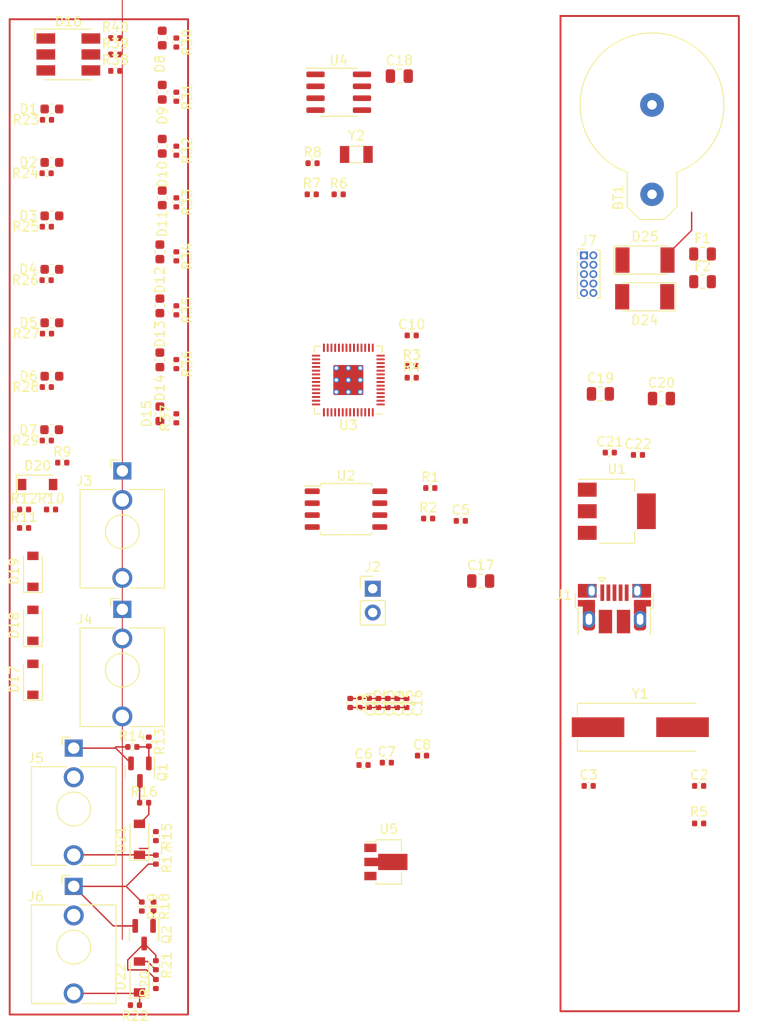
<source format=kicad_pcb>
(kicad_pcb (version 20211014) (generator pcbnew)
  (layers (0 "F.Cu" signal) (31 "B.Cu" signal) (34 "B.Paste" user) (35 "F.Paste" user) (36 "B.SilkS" user "B.Silkscreen") (37 "F.SilkS" user "F.Silkscreen") (38 "B.Mask" user) (39 "F.Mask" user) (44 "Edge.Cuts" user))
  (net 0 "")
  (net 1 "GND")
  (net 2 "Net-(BT1-Pad2)")
  (net 3 "/XIN")
  (net 4 "Net-(C3-Pad1)")
  (net 5 "+3V3")
  (net 6 "+1V1")
  (net 7 "Net-(C18-Pad1)")
  (net 8 "+12V-buffered")
  (net 9 "+8V")
  (net 10 "Net-(D1-Pad1)")
  (net 11 "gp11")
  (net 12 "Net-(D2-Pad1)")
  (net 13 "gp12")
  (net 14 "Net-(D3-Pad1)")
  (net 15 "gp13")
  (net 16 "Net-(D4-Pad1)")
  (net 17 "gp14")
  (net 18 "Net-(D5-Pad1)")
  (net 19 "gp15")
  (net 20 "Net-(D6-Pad1)")
  (net 21 "gp16")
  (net 22 "Net-(D7-Pad1)")
  (net 23 "gp17")
  (net 24 "Net-(D8-Pad1)")
  (net 25 "gp18")
  (net 26 "Net-(D9-Pad1)")
  (net 27 "gp19")
  (net 28 "Net-(D10-Pad1)")
  (net 29 "gp20")
  (net 30 "Net-(D11-Pad1)")
  (net 31 "gp21")
  (net 32 "Net-(D12-Pad1)")
  (net 33 "gp22")
  (net 34 "Net-(D13-Pad1)")
  (net 35 "gp23")
  (net 36 "Net-(D14-Pad1)")
  (net 37 "gp24")
  (net 38 "Net-(D15-Pad1)")
  (net 39 "gp25")
  (net 43 "Net-(D16-Pad4)")
  (net 44 "Net-(D16-Pad5)")
  (net 45 "Net-(D16-Pad6)")
  (net 46 "+3.3V")
  (net 47 "BUFFEREDIN1")
  (net 48 "BUFFEREDIN2")
  (net 49 "Net-(D21-Pad1)")
  (net 50 "Net-(D21-Pad2)")
  (net 51 "Net-(D22-Pad1)")
  (net 52 "Net-(D22-Pad2)")
  (net 53 "-12V")
  (net 54 "+12V-in")
  (net 55 "-12V-in")
  (net 57 "/USB_D+")
  (net 58 "/USB_D-")
  (net 60 "/~{USB_BOOT}")
  (net 61 "Net-(J3-PadT)")
  (net 62 "Net-(J4-PadT)")
  (net 63 "Net-(Q1-Pad1)")
  (net 64 "OUTSHIFT1_OUTPUT")
  (net 65 "Net-(Q2-Pad1)")
  (net 66 "OUTSHIFT2_OUTPUT")
  (net 67 "/QSPI_SS")
  (net 68 "Net-(R3-Pad2)")
  (net 69 "Net-(R4-Pad2)")
  (net 70 "/XOUT")
  (net 71 "RTC_CLOCK")
  (net 72 "RTC_DATA")
  (net 73 "OUTSHIFT1_INPUT")
  (net 74 "OUTSHIFT2_INPUT")
  (net 75 "Net-(R38-Pad2)")
  (net 76 "Net-(R39-Pad2)")
  (net 77 "Net-(R40-Pad2)")
  (net 78 "/QSPI_SD1")
  (net 79 "/QSPI_SD2")
  (net 80 "/QSPI_SD0")
  (net 81 "/QSPI_SCLK")
  (net 82 "/QSPI_SD3")
  (net 87 "/SWCLK")
  (net 88 "/SWD")
  (net 89 "/RUN")
  (net 91 "/GPIO27_ADC1")
  (net 92 "/GPIO28_ADC2")
  (net 93 "/GPIO29_ADC3")
  (net 94 "Net-(U4-Pad1)")
  (net 95 "Net-(U4-Pad2)")
  (footprint "Capacitor_SMD:C_0402_1005Metric" (layer "F.Cu") (at 37.75 51.73 -90)
    (fp_text reference "R36")
    (fp_text value "100r")
  )
  (footprint "Connector_PinHeader_2.54mm:PinHeader_1x02_P2.54mm_Vertical" (layer "F.Cu") (at 58.675 75.65)
    (fp_text reference "J2")
    (fp_text value "Conn_01x02")
  )
  (footprint "Crystal:Crystal_SMD_3215-2Pin_3.2x1.5mm" (layer "F.Cu") (at 56.925 29.4)
    (fp_text reference "Y2")
    (fp_text value "Crystal")
  )
  (footprint "Capacitor_SMD:C_0603_1608Metric" (layer "F.Cu") (at 24.475 58.711541)
    (fp_text reference "D7")
    (fp_text value "LED")
  )
  (footprint "Package_SO:SOIC-8_3.9x4.9mm_P1.27mm" (layer "F.Cu") (at 55.055 22.775)
    (fp_text reference "U4")
    (fp_text value "PCF8523T")
  )
  (footprint "Capacitor_SMD:C_0402_1005Metric" (layer "F.Cu") (at 35.5725 117.75 90)
    (fp_text reference "R20")
    (fp_text value "10k")
  )
  (footprint "Capacitor_SMD:C_0805_2012Metric" (layer "F.Cu") (at 82.925 54.9)
    (fp_text reference "C19")
    (fp_text value "10u")
  )
  (footprint "Capacitor_SMD:C_0402_1005Metric" (layer "F.Cu") (at 52.175 33.65)
    (fp_text reference "R7")
    (fp_text value "10k")
  )
  (footprint "Capacitor_SMD:C_0402_1005Metric" (layer "F.Cu") (at 56.275 87.82 -90)
    (fp_text reference "C9")
    (fp_text value "100n")
  )
  (footprint "Capacitor_SMD:C_0402_1005Metric" (layer "F.Cu") (at 23.955 54.173071 180)
    (fp_text reference "R28")
    (fp_text value "100r")
  )
  (footprint "Battery:BatteryHolder_Keystone_500" (layer "F.Cu") (at 88.425 33.646605 90)
    (fp_text reference "BT1")
    (fp_text value "Battery_Cell")
  )
  (footprint "Capacitor_SMD:C_0402_1005Metric" (layer "F.Cu") (at 21.535 67.21)
    (fp_text reference "R12")
    (fp_text value "100K")
  )
  (footprint "Capacitor_SMD:C_0402_1005Metric" (layer "F.Cu") (at 83.925 61.15)
    (fp_text reference "C21")
    (fp_text value "0.1uF")
  )
  (footprint "Connector_Audio:Jack_3.5mm_QingPu_WQP-PJ398SM_Vertical_CircularHoles" (layer "F.Cu") (at 32 63.1)
    (fp_text reference "J3")
    (fp_text value "AudioJack2")
  )
  (footprint "Capacitor_SMD:C_0402_1005Metric" (layer "F.Cu") (at 52.265 30.335)
    (fp_text reference "R8")
    (fp_text value "1k")
  )
  (footprint "Capacitor_SMD:C_0402_1005Metric" (layer "F.Cu") (at 31.25 20.5)
    (fp_text reference "R38")
    (fp_text value "100r")
  )
  (footprint "Capacitor_SMD:C_0402_1005Metric" (layer "F.Cu") (at 55.045 33.65)
    (fp_text reference "R6")
    (fp_text value "10k")
  )
  (footprint "Capacitor_SMD:C_0402_1005Metric" (layer "F.Cu") (at 60.175 94.175)
    (fp_text reference "C7")
    (fp_text value "100n")
  )
  (footprint "Package_TO_SOT_SMD:SOT-23" (layer "F.Cu") (at 33.8725 95.19 -90)
    (fp_text reference "Q1")
    (fp_text value "MMBT3904 (BEC)")
  )
  (footprint "Capacitor_SMD:C_0402_1005Metric" (layer "F.Cu") (at 68.055 68.425)
    (fp_text reference "C5")
    (fp_text value "100n")
  )
  (footprint "Capacitor_SMD:C_0402_1005Metric" (layer "F.Cu") (at 37.75 23.25 -90)
    (fp_text reference "R31")
    (fp_text value "100r")
  )
  (footprint "Capacitor_SMD:C_0402_1005Metric" (layer "F.Cu") (at 23.935 31.403847 180)
    (fp_text reference "R24")
    (fp_text value "100r")
  )
  (footprint "Capacitor_SMD:C_0402_1005Metric" (layer "F.Cu") (at 25.6 62.225)
    (fp_text reference "R9")
    (fp_text value "470")
  )
  (footprint "Capacitor_SMD:C_0402_1005Metric" (layer "F.Cu") (at 59.275 87.82 -90)
    (fp_text reference "C13")
    (fp_text value "100n")
  )
  (footprint "Diode_SMD:D_MELF" (layer "F.Cu") (at 87.645 44.555 180)
    (fp_text reference "D24")
    (fp_text value "SM4001")
  )
  (footprint "Package_TO_SOT_SMD:SOT-89-3" (layer "F.Cu") (at 60.075 104.75)
    (fp_text reference "U5")
    (fp_text value "L78L08_SOT89")
  )
  (footprint "Diode_SMD:D_SOD-123" (layer "F.Cu") (at 22.975 64.55)
    (fp_text reference "D20")
    (fp_text value "BAT43W-V")
  )
  (footprint "Connector_PinHeader_1.00mm:PinHeader_2x05_P1.00mm_Vertical" (layer "F.Cu") (at 81.175 40.15)
    (fp_text reference "J7")
    (fp_text value "Eurorack Power")
  )
  (footprint "Capacitor_SMD:C_0402_1005Metric" (layer "F.Cu") (at 34.3225 98.44)
    (fp_text reference "R16")
    (fp_text value "1K")
  )
  (footprint "Capacitor_SMD:C_0603_1608Metric" (layer "F.Cu") (at 24.5 35.942306)
    (fp_text reference "D3")
    (fp_text value "LED")
  )
  (footprint "Capacitor_SMD:C_0402_1005Metric" (layer "F.Cu") (at 62.825 51.925)
    (fp_text reference "R3")
    (fp_text value "27")
  )
  (footprint "Capacitor_SMD:C_0402_1005Metric" (layer "F.Cu") (at 61.275 87.82 -90)
    (fp_text reference "C15")
    (fp_text value "100n")
  )
  (footprint "Capacitor_SMD:C_0402_1005Metric" (layer "F.Cu") (at 23.975 25.711541 180)
    (fp_text reference "R23")
    (fp_text value "100r")
  )
  (footprint "Capacitor_SMD:C_0402_1005Metric" (layer "F.Cu") (at 37.75 46 -90)
    (fp_text reference "R35")
    (fp_text value "100r")
  )
  (footprint "Capacitor_SMD:C_0603_1608Metric" (layer "F.Cu") (at 36 45.525 90)
    (fp_text reference "D13")
    (fp_text value "LED")
  )
  (footprint "Capacitor_SMD:C_0402_1005Metric" (layer "F.Cu") (at 31.25 17)
    (fp_text reference "R40")
    (fp_text value "330r")
  )
  (footprint "Capacitor_SMD:C_0402_1005Metric" (layer "F.Cu") (at 23.975 48.480765 180)
    (fp_text reference "R27")
    (fp_text value "100r")
  )
  (footprint "Capacitor_SMD:C_0402_1005Metric" (layer "F.Cu") (at 37.75 57.5 90)
    (fp_text reference "R37")
    (fp_text value "100r")
  )
  (footprint "Connector_Audio:Jack_3.5mm_QingPu_WQP-PJ398SM_Vertical_CircularHoles" (layer "F.Cu") (at 32 77.85)
    (fp_text reference "J4")
    (fp_text value "AudioJack2")
  )
  (footprint "Capacitor_SMD:C_0402_1005Metric" (layer "F.Cu") (at 24.405 67.21)
    (fp_text reference "R10")
    (fp_text value "100K")
  )
  (footprint "Capacitor_SMD:C_0402_1005Metric" (layer "F.Cu") (at 35.5725 115.75 -90)
    (fp_text reference "R21")
    (fp_text value "1K")
  )
  (footprint "Capacitor_SMD:C_0603_1608Metric" (layer "F.Cu") (at 24.5 47.326918)
    (fp_text reference "D5")
    (fp_text value "LED")
  )
  (footprint "Capacitor_SMD:C_0402_1005Metric" (layer "F.Cu") (at 64.805 64.925)
    (fp_text reference "R1")
    (fp_text value "1k")
  )
  (footprint "Package_SO:SOIC-8_5.23x5.23mm_P1.27mm" (layer "F.Cu") (at 55.825 67.175)
    (fp_text reference "U2")
    (fp_text value "W25Q128JVS")
  )
  (footprint "LED_SMD:LED_RGB_5050-6" (layer "F.Cu") (at 26.25 18.75)
    (fp_text reference "D16")
    (fp_text value "LED_RGB")
  )
  (footprint "Capacitor_SMD:C_0402_1005Metric" (layer "F.Cu") (at 34.0725 109.5 -90)
    (fp_text reference "R19")
    (fp_text value "10k")
  )
  (footprint "Fuse:Fuse_0805_2012Metric" (layer "F.Cu") (at 93.805 40)
    (fp_text reference "F1")
    (fp_text value "SMD0805-010-24V")
  )
  (footprint "Capacitor_SMD:C_0402_1005Metric" (layer "F.Cu") (at 63.925 93.425)
    (fp_text reference "C8")
    (fp_text value "1u")
  )
  (footprint "Capacitor_SMD:C_0402_1005Metric" (layer "F.Cu") (at 62.825 48.675)
    (fp_text reference "C10")
    (fp_text value "1u")
  )
  (footprint "RP2040_minimal:Crystal_SMD_HC49-US" (layer "F.Cu") (at 87.175 90.4)
    (fp_text reference "Y1")
    (fp_text value "ABLS-12.000MHZ-B4-T")
  )
  (footprint "Capacitor_SMD:C_0402_1005Metric" (layer "F.Cu") (at 62.275 87.82 -90)
    (fp_text reference "C16")
    (fp_text value "100n")
  )
  (footprint "Diode_SMD:D_SOD-123" (layer "F.Cu") (at 33.8225 117 90)
    (fp_text reference "D22")
    (fp_text value "4148")
  )
  (footprint "Capacitor_SMD:C_0603_1608Metric" (layer "F.Cu") (at 36.25 17 90)
    (fp_text reference "D8")
    (fp_text value "LED")
  )
  (footprint "Capacitor_SMD:C_0603_1608Metric" (layer "F.Cu") (at 24.5 41.634612)
    (fp_text reference "D4")
    (fp_text value "LED")
  )
  (footprint "Capacitor_SMD:C_0402_1005Metric" (layer "F.Cu") (at 81.675 96.65)
    (fp_text reference "C3")
    (fp_text value "27p")
  )
  (footprint "Capacitor_SMD:C_0402_1005Metric" (layer "F.Cu") (at 33.0725 92.5)
    (fp_text reference "R14")
    (fp_text value "10k")
  )
  (footprint "Capacitor_SMD:C_0402_1005Metric" (layer "F.Cu") (at 35.5725 104.5 -90)
    (fp_text reference "R17")
    (fp_text value "100K")
  )
  (footprint "Capacitor_SMD:C_0402_1005Metric" (layer "F.Cu") (at 62.825 53.175)
    (fp_text reference "R4")
    (fp_text value "27")
  )
  (footprint "Capacitor_SMD:C_0805_2012Metric" (layer "F.Cu") (at 89.425 55.4)
    (fp_text reference "C20")
    (fp_text value "10u")
  )
  (footprint "Capacitor_SMD:C_0402_1005Metric" (layer "F.Cu") (at 23.935 42.788459 180)
    (fp_text reference "R26")
    (fp_text value "100r")
  )
  (footprint "Capacitor_SMD:C_0402_1005Metric" (layer "F.Cu") (at 34.8225 91.94 -90)
    (fp_text reference "R13")
    (fp_text value "1k")
  )
  (footprint "Capacitor_SMD:C_0402_1005Metric" (layer "F.Cu") (at 35.5725 102 -90)
    (fp_text reference "R15")
    (fp_text value "10k")
  )
  (footprint "Capacitor_SMD:C_0402_1005Metric" (layer "F.Cu") (at 33.3425 120 180)
    (fp_text reference "R22")
    (fp_text value "100K")
  )
  (footprint "Capacitor_SMD:C_0402_1005Metric" (layer "F.Cu") (at 31.25 18.75)
    (fp_text reference "R39")
    (fp_text value "100r")
  )
  (footprint "Capacitor_SMD:C_0805_2012Metric" (layer "F.Cu") (at 70.175 74.83)
    (fp_text reference "C17")
    (fp_text value "10u")
  )
  (footprint "Capacitor_SMD:C_0402_1005Metric" (layer "F.Cu") (at 86.925 61.4)
    (fp_text reference "C22")
    (fp_text value "0.1uF")
  )
  (footprint "Capacitor_SMD:C_0603_1608Metric" (layer "F.Cu") (at 36.25 34.025 90)
    (fp_text reference "D11")
    (fp_text value "LED")
  )
  (footprint "Capacitor_SMD:C_0402_1005Metric" (layer "F.Cu") (at 60.275 87.82 -90)
    (fp_text reference "C14")
    (fp_text value "100n")
  )
  (footprint "Diode_SMD:D_SOD-123" (layer "F.Cu") (at 22.475 85.3 90)
    (fp_text reference "D17")
    (fp_text value "BAT43W-V")
  )
  (footprint "Capacitor_SMD:C_0402_1005Metric" (layer "F.Cu") (at 93.445 100.65)
    (fp_text reference "R5")
    (fp_text value "1k")
  )
  (footprint "Capacitor_SMD:C_0402_1005Metric" (layer "F.Cu") (at 21.535 69.18)
    (fp_text reference "R11")
    (fp_text value "470")
  )
  (footprint "RP2040_minimal:USB_Micro-B_Amphenol_10103594-0001LF_Horizontal_modified" (layer "F.Cu") (at 84.425 78.9)
    (fp_text reference "J1")
    (fp_text value "USB_B_Micro")
  )
  (footprint "Capacitor_SMD:C_0603_1608Metric" (layer "F.Cu") (at 36.25 28.525 90)
    (fp_text reference "D10")
    (fp_text value "LED")
  )
  (footprint "Capacitor_SMD:C_0402_1005Metric" (layer "F.Cu") (at 23.955 59.865377 180)
    (fp_text reference "R29")
    (fp_text value "100r")
  )
  (footprint "Fuse:Fuse_0805_2012Metric" (layer "F.Cu") (at 93.805 42.95)
    (fp_text reference "F2")
    (fp_text value "SMD0805-010-24V")
  )
  (footprint "Capacitor_SMD:C_0402_1005Metric" (layer "F.Cu") (at 23.955 37.096153 180)
    (fp_text reference "R25")
    (fp_text value "100r")
  )
  (footprint "Capacitor_SMD:C_0402_1005Metric" (layer "F.Cu") (at 58.275 87.8 -90)
    (fp_text reference "C12")
    (fp_text value "100n")
  )
  (footprint "Connector_Audio:Jack_3.5mm_QingPu_WQP-PJ398SM_Vertical_CircularHoles" (layer "F.Cu") (at 26.8225 107.35)
    (fp_text reference "J6")
    (fp_text value "AudioJack2")
  )
  (footprint "Package_TO_SOT_SMD:SOT-23" (layer "F.Cu") (at 34.3225 112.5 -90)
    (fp_text reference "Q2")
    (fp_text value "MMBT3904 (BEC)")
  )
  (footprint "Capacitor_SMD:C_0603_1608Metric" (layer "F.Cu") (at 24.5 53.019224)
    (fp_text reference "D6")
    (fp_text value "LED")
  )
  (footprint "Capacitor_SMD:C_0603_1608Metric" (layer "F.Cu") (at 24.5 24.557694)
    (fp_text reference "D1")
    (fp_text value "LED")
  )
  (footprint "Diode_SMD:D_SOD-123" (layer "F.Cu") (at 22.475 79.55 90)
    (fp_text reference "D18")
    (fp_text value "BAT43W-V")
  )
  (footprint "Connector_Audio:Jack_3.5mm_QingPu_WQP-PJ398SM_Vertical_CircularHoles" (layer "F.Cu") (at 26.8225 92.63)
    (fp_text reference "J5")
    (fp_text value "AudioJack2")
  )
  (footprint "Capacitor_SMD:C_0603_1608Metric" (layer "F.Cu") (at 36.25 22.775 90)
    (fp_text reference "D9")
    (fp_text value "LED")
  )
  (footprint "Capacitor_SMD:C_0402_1005Metric" (layer "F.Cu") (at 37.75 40.25 -90)
    (fp_text reference "R34")
    (fp_text value "100r")
  )
  (footprint "Capacitor_SMD:C_0805_2012Metric" (layer "F.Cu") (at 61.505 21.055)
    (fp_text reference "C18")
    (fp_text value "10uf")
  )
  (footprint "Capacitor_SMD:C_0402_1005Metric" (layer "F.Cu") (at 64.575 68.175)
    (fp_text reference "R2")
    (fp_text value "DNF")
  )
  (footprint "Diode_SMD:D_SOD-123" (layer "F.Cu") (at 22.475 73.8 90)
    (fp_text reference "D19")
    (fp_text value "BAT43W-V")
  )
  (footprint "Capacitor_SMD:C_0402_1005Metric" (layer "F.Cu") (at 57.275 87.82 -90)
    (fp_text reference "C11")
    (fp_text value "100n")
  )
  (footprint "RP2040_minimal:RP2040-QFN-56" (layer "F.Cu") (at 56.075 53.425 180)
    (fp_text reference "U3")
    (fp_text value "RP2040")
  )
  (footprint "Capacitor_SMD:C_0402_1005Metric" (layer "F.Cu") (at 37.75 34.5 -90)
    (fp_text reference "R33")
    (fp_text value "100r")
  )
  (footprint "Capacitor_SMD:C_0603_1608Metric" (layer "F.Cu") (at 36 39.775 90)
    (fp_text reference "D12")
    (fp_text value "LED")
  )
  (footprint "Capacitor_SMD:C_0402_1005Metric" (layer "F.Cu") (at 37.75 29 -90)
    (fp_text reference "R32")
    (fp_text value "100r")
  )
  (footprint "Capacitor_SMD:C_0603_1608Metric" (layer "F.Cu") (at 24.5 30.25)
    (fp_text reference "D2")
    (fp_text value "LED")
  )
  (footprint "Capacitor_SMD:C_0402_1005Metric" (layer "F.Cu") (at 37.75 17.48 -90)
    (fp_text reference "R30")
    (fp_text value "100r")
  )
  (footprint "Diode_SMD:D_MELF" (layer "F.Cu") (at 87.675 40.65)
    (fp_text reference "D25")
    (fp_text value "SM4001")
  )
  (footprint "Package_TO_SOT_SMD:SOT-223-3_TabPin2" (layer "F.Cu") (at 84.675 67.4)
    (fp_text reference "U1")
    (fp_text value "NCP1117-3.3_SOT223")
  )
  (footprint "Capacitor_SMD:C_0603_1608Metric" (layer "F.Cu") (at 36 57.025 90)
    (fp_text reference "D15")
    (fp_text value "LED")
  )
  (footprint "Diode_SMD:D_SOD-123" (layer "F.Cu") (at 33.8225 102.34 90)
    (fp_text reference "D21")
    (fp_text value "4148")
  )
  (footprint "Capacitor_SMD:C_0402_1005Metric" (layer "F.Cu") (at 35.3225 109.5 -90)
    (fp_text reference "R18")
    (fp_text value "1k")
  )
  (footprint "Capacitor_SMD:C_0402_1005Metric" (layer "F.Cu") (at 93.445 96.65)
    (fp_text reference "C2")
    (fp_text value "27p")
  )
  (footprint "Capacitor_SMD:C_0402_1005Metric" (layer "F.Cu") (at 57.695 94.425)
    (fp_text reference "C6")
    (fp_text value "100n")
  )
  (footprint "Capacitor_SMD:C_0603_1608Metric" (layer "F.Cu") (at 36 51.275 90)
    (fp_text reference "D14")
    (fp_text value "LED")
  )
  (gr_rect (start 20 15) (end 39 121) (layer "F.Cu") (width 0.2) (fill none))
  (gr_line (start 32 113) (end 32 13) (layer "F.Cu") (width 0.1))
  (gr_rect (start 78.675 14.65) (end 97.675 120.65) (layer "F.Cu") (width 0.2) (fill none))
  (segment (start 34.7575 103.315) (end 33.8225 103.315) (width 0.15) (layer "F.Cu") (net 0))
  (segment (start 34.8225 103.25) (end 34.7575 103.315) (width 0.15) (layer "F.Cu") (net 0))
  (segment (start 33.8225 103.315) (end 34.0725 103.315) (width 0.15) (layer "F.Cu") (net 0))
  (segment (start 32.185664 111.5625) (end 33.3725 111.5625) (width 0.15) (layer "F.Cu") (net 1))
  (segment (start 32.9225 94.2525) (end 31.3 92.63) (width 0.15) (layer "F.Cu") (net 1))
  (segment (start 31.3225 92.5) (end 31.1925 92.63) (width 0.15) (layer "F.Cu") (net 1))
  (segment (start 31.3 92.63) (end 31.1925 92.63) (width 0.15) (layer "F.Cu") (net 1))
  (segment (start 32.4025 107.35) (end 27.0975 107.35) (width 0.15) (layer "F.Cu") (net 1))
  (segment (start 34.7725 104.98) (end 32.4025 107.35) (width 0.15) (layer "F.Cu") (net 1))
  (segment (start 31.035 111.5625) (end 27.0975 107.625) (width 0.15) (layer "F.Cu") (net 1))
  (segment (start 35.5725 104.98) (end 34.7725 104.98) (width 0.15) (layer "F.Cu") (net 1))
  (segment (start 32.8625 120) (end 32.8225 120.04) (width 0.15) (layer "F.Cu") (net 1))
  (segment (start 34.0725 109.02) (end 32.4025 107.35) (width 0.15) (layer "F.Cu") (net 1))
  (segment (start 32.5925 92.5) (end 31.3225 92.5) (width 0.15) (layer "F.Cu") (net 1))
  (segment (start 31.1925 92.63) (end 27.0975 92.63) (width 0.15) (layer "F.Cu") (net 1))
  (segment (start 56.275 88.3) (end 62.275 88.3) (width 0.15) (layer "F.Cu") (net 1))
  (segment (start 27.0975 107.625) (end 27.0975 107.35) (width 0.15) (layer "F.Cu") (net 1))
  (segment (start 33.3725 111.5625) (end 31.035 111.5625) (width 0.15) (layer "F.Cu") (net 1))
  (segment (start 60.275 87.34) (end 60.275 87.32) (width 0.15) (layer "F.Cu") (net 5))
  (segment (start 56.275 87.34) (end 62.275 87.34) (width 0.15) (layer "F.Cu") (net 5))
  (segment (start 27.1375 103.99) (end 27.0975 104.03) (width 0.15) (layer "F.Cu") (net 49))
  (segment (start 34.0925 104.02) (end 35.5725 104.02) (width 0.15) (layer "F.Cu") (net 49))
  (segment (start 33.8225 103.99) (end 34.0625 103.99) (width 0.15) (layer "F.Cu") (net 49))
  (segment (start 33.8225 103.99) (end 27.1375 103.99) (width 0.15) (layer "F.Cu") (net 49))
  (segment (start 34.0625 103.99) (end 34.0925 104.02) (width 0.15) (layer "F.Cu") (net 49))
  (segment (start 34.8225 99.69) (end 34.8225 98.46) (width 0.15) (layer "F.Cu") (net 50))
  (segment (start 34.8225 98.46) (end 34.8025 98.44) (width 0.15) (layer "F.Cu") (net 50))
  (segment (start 33.8225 100.69) (end 34.8225 99.69) (width 0.15) (layer "F.Cu") (net 50))
  (segment (start 33.7225 118.75) (end 33.8225 118.65) (width 0.15) (layer "F.Cu") (net 51))
  (segment (start 26.8225 118.75) (end 33.7225 118.75) (width 0.15) (layer "F.Cu") (net 51))
  (segment (start 33.8425 120) (end 33.8425 118.67) (width 0.15) (layer "F.Cu") (net 51))
  (segment (start 33.8425 118.67) (end 33.8225 118.65) (width 0.15) (layer "F.Cu") (net 51))
  (segment (start 33.8225 115.35) (end 34.6925 115.35) (width 0.15) (layer "F.Cu") (net 52))
  (segment (start 34.6925 115.35) (end 35.5725 116.23) (width 0.15) (layer "F.Cu") (net 52))
  (segment (start 90.075 40.65) (end 90.075 40.05) (width 0.15) (layer "F.Cu") (net 53))
  (segment (start 90.075 40.05) (end 92.645 37.48) (width 0.15) (layer "F.Cu") (net 53))
  (segment (start 92.645 37.48) (end 92.645 35.555) (width 0.15) (layer "F.Cu") (net 53))
  (segment (start 34.7425 92.5) (end 34.8225 92.42) (width 0.15) (layer "F.Cu") (net 63))
  (segment (start 34.8225 94.2525) (end 34.8225 92.42) (width 0.15) (layer "F.Cu") (net 63))
  (segment (start 33.5525 92.5) (end 34.7425 92.5) (width 0.15) (layer "F.Cu") (net 63))
  (segment (start 33.8425 98.44) (end 33.8425 96.1575) (width 0.15) (layer "F.Cu") (net 64))
  (segment (start 33.8425 96.1575) (end 33.8725 96.1275) (width 0.15) (layer "F.Cu") (net 64))
  (segment (start 35.2725 110.03) (end 35.3225 109.98) (width 0.15) (layer "F.Cu") (net 65))
  (segment (start 35.2725 111.5625) (end 35.2725 110.03) (width 0.15) (layer "F.Cu") (net 65))
  (segment (start 35.5725 115.27) (end 35.5725 114.6875) (width 0.15) (layer "F.Cu") (net 66))
  (segment (start 35.5725 117.27) (end 35.5725 117.25) (width 0.15) (layer "F.Cu") (net 66))
  (segment (start 32.5725 115.1875) (end 34.3225 113.4375) (width 0.15) (layer "F.Cu") (net 66))
  (segment (start 35.5725 114.6875) (end 34.3225 113.4375) (width 0.15) (layer "F.Cu") (net 66))
  (segment (start 34.5725 116.25) (end 32.5725 116.25) (width 0.15) (layer "F.Cu") (net 66))
  (segment (start 32.5725 116.25) (end 32.5725 115.1875) (width 0.15) (layer "F.Cu") (net 66))
  (segment (start 35.5725 117.25) (end 34.5725 116.25) (width 0.15) (layer "F.Cu") (net 66))
)
</source>
